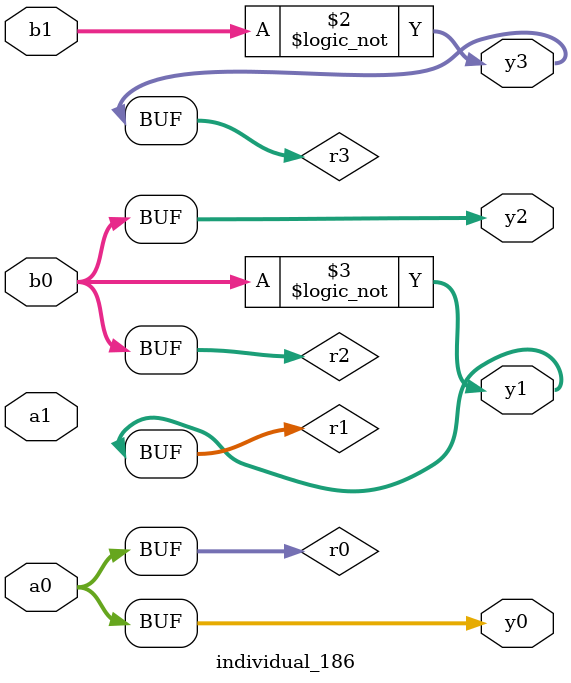
<source format=sv>
module individual_186(input logic [15:0] a1, input logic [15:0] a0, input logic [15:0] b1, input logic [15:0] b0, output logic [15:0] y3, output logic [15:0] y2, output logic [15:0] y1, output logic [15:0] y0);
logic [15:0] r0, r1, r2, r3; 
 always@(*) begin 
	 r0 = a0; r1 = a1; r2 = b0; r3 = b1; 
 	 r3 = ! b1 ;
 	 r1 = ! b0 ;
 	 y3 = r3; y2 = r2; y1 = r1; y0 = r0; 
end
endmodule
</source>
